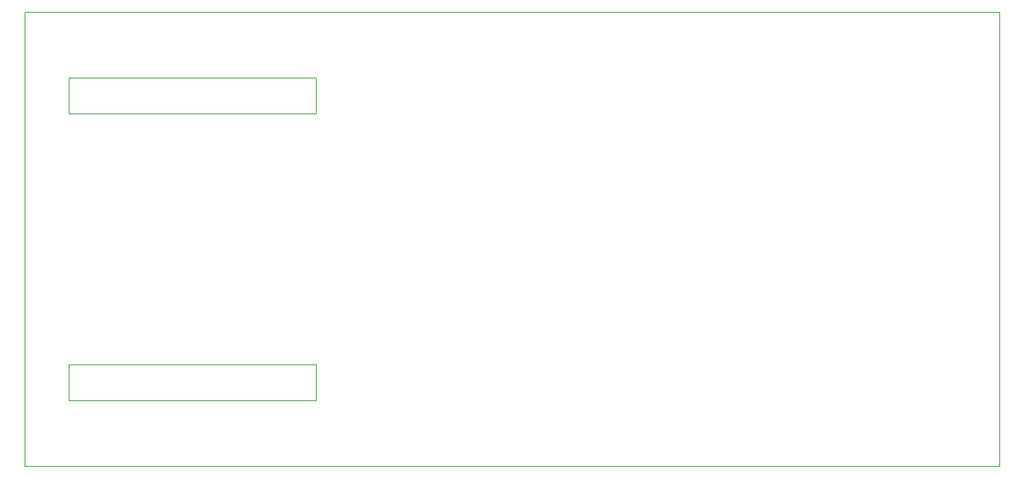
<source format=gbr>
%TF.GenerationSoftware,KiCad,Pcbnew,6.0.11-2627ca5db0~126~ubuntu22.04.1*%
%TF.CreationDate,2023-02-14T15:09:55+01:00*%
%TF.ProjectId,pcb,7063622e-6b69-4636-9164-5f7063625858,rev?*%
%TF.SameCoordinates,Original*%
%TF.FileFunction,Profile,NP*%
%FSLAX46Y46*%
G04 Gerber Fmt 4.6, Leading zero omitted, Abs format (unit mm)*
G04 Created by KiCad (PCBNEW 6.0.11-2627ca5db0~126~ubuntu22.04.1) date 2023-02-14 15:09:55*
%MOMM*%
%LPD*%
G01*
G04 APERTURE LIST*
%TA.AperFunction,Profile*%
%ADD10C,0.100000*%
%TD*%
G04 APERTURE END LIST*
D10*
X75000000Y-104500000D02*
X103000000Y-104500000D01*
X103000000Y-104500000D02*
X103000000Y-108500000D01*
X103000000Y-108500000D02*
X75000000Y-108500000D01*
X75000000Y-108500000D02*
X75000000Y-104500000D01*
X75000000Y-72000000D02*
X103000000Y-72000000D01*
X103000000Y-72000000D02*
X103000000Y-76000000D01*
X103000000Y-76000000D02*
X75000000Y-76000000D01*
X75000000Y-76000000D02*
X75000000Y-72000000D01*
X70000000Y-64500000D02*
X180500000Y-64500000D01*
X180500000Y-64500000D02*
X180500000Y-116000000D01*
X180500000Y-116000000D02*
X70000000Y-116000000D01*
X70000000Y-116000000D02*
X70000000Y-64500000D01*
M02*

</source>
